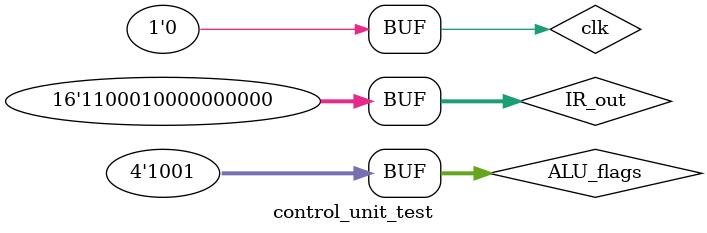
<source format=v>
module control_unit_test;
  reg clk = 0;
  reg [8:0] in_addr;
  reg [15:0] out_data;

  reg [7:0] BUS;
  // Registers
  reg [7:0] REG_rx, REG_ry;
  reg [2:0] REG_rx_selector, REG_ry_selector;
  reg REG_write_en, REG_read_en;
  // ALU
  reg [7:0] ALU_out;
  reg [2:0] ALU_op;
  reg ALU_enable_out;
  reg [3:0] ALU_flags;
  // Memory Bank Selector (MBS)
  reg [1:0] MBS_input, MBS_output;
  reg MBS_wr_enable;
  // Data Memory
  reg [9:0] data_mem_address;
  assign data_mem_address = { MBS_output, BUS };
  reg data_memory_read_enable, data_memory_wr_enable, data_memory_addr_wr_enable;
  // Code Memory
  reg [15:0] code_memory_out;
  // PC
  reg PC_load, PC_inc, PC_enOut;
  reg [8:0] PC_out, PC_in_value;
  // IR
  reg IR_load, IR_enOut;
  reg [15:0] IR_out;

  control_unit CONTROL_UNIT(
    .clk(clk),
    .in_alu_flags(ALU_flags),
    .in_ir(IR_out),
    .out_alu_enable_out(ALU_enable_out),
    .out_pc_load(PC_load),
    .out_pc_inc(PC_inc),
    .out_pc_enable_out(PC_enOut),
    .out_ir_enable_read(IR_enOut),
    .out_mbs_wr_enable(MBS_wr_enable),
    .out_data_memory_read_enable(data_memory_read_enable),
    .out_data_memory_wr_enable(data_memory_wr_enable),
    .out_data_memory_addr_wr_enable(data_memory_addr_wr_enable),
    .out_reg_write_en(REG_write_en),
    .out_reg_read_en(REG_read_en),
    .out_cu_out(BUS)
  );

  initial begin
    // Dump waves
    $dumpfile("dump.vcd");
    $dumpvars(1);

    // TODO agregar asserts y testear
    // todas las operaciones de la alu
    // o solamente que arranque en

    // Op ALU
    // add 000, 001
    // IR_out = 16'b0;
    // toggle_clk;
    // toggle_clk;
    // toggle_clk;
    // toggle_clk;

    // // Copy register
    // IR_out = 16'b01000_010_001_00000;
    // toggle_clk;
    // toggle_clk;
    // toggle_clk;
    // toggle_clk;

    // // Jump incondicional
    // IR_out = 16'b10000_111110000_00;
    // toggle_clk;
    // toggle_clk;
    // toggle_clk;
    // toggle_clk;

    // // Jmpeq
    // ALU_flags = 4'b0001;
    // IR_out = 16'b0;
    // toggle_clk;
    // toggle_clk;
    // toggle_clk;
    // toggle_clk;
    // IR_out = 16'b10001_111110000_00;
    // toggle_clk;
    // toggle_clk;
    // toggle_clk;
    // toggle_clk;
    // // Jmpneq
    // IR_out = 16'b10010_111110000_00;
    // toggle_clk;
    // toggle_clk;
    // toggle_clk;
    // toggle_clk;

    // getflags
    ALU_flags = 4'b1001;
    IR_out = 16'b0;
    toggle_clk;
    toggle_clk;
    toggle_clk;
    toggle_clk;
    IR_out = 16'b11000_100_00000000;
    toggle_clk;
    toggle_clk;
    toggle_clk;
    toggle_clk;
    toggle_clk;

    
  end


  task toggle_clk;
    begin
      #10 clk = ~clk;
      #10 clk = ~clk;
    end
  endtask
endmodule

</source>
